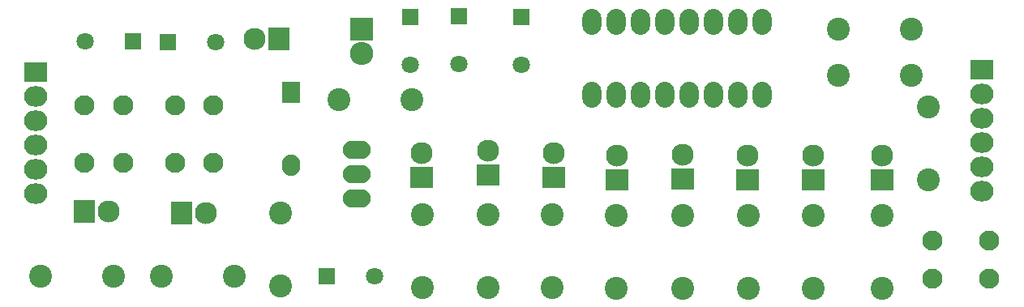
<source format=gts>
G04 #@! TF.FileFunction,Soldermask,Top*
%FSLAX46Y46*%
G04 Gerber Fmt 4.6, Leading zero omitted, Abs format (unit mm)*
G04 Created by KiCad (PCBNEW 4.0.1-3.201512221402+6198~38~ubuntu14.04.1-stable) date Thu 11 Feb 2016 12:32:43 PM PST*
%MOMM*%
G01*
G04 APERTURE LIST*
%ADD10C,0.100000*%
%ADD11R,2.300000X2.400000*%
%ADD12C,2.300000*%
%ADD13C,2.100000*%
%ADD14R,1.800000X1.800000*%
%ADD15C,1.800000*%
%ADD16R,2.400000X2.300000*%
%ADD17C,2.398980*%
%ADD18O,2.899360X1.901140*%
%ADD19O,2.000000X2.700000*%
%ADD20R,2.432000X2.432000*%
%ADD21O,2.432000X2.432000*%
%ADD22R,2.432000X2.127200*%
%ADD23O,2.432000X2.127200*%
%ADD24R,1.924000X2.224000*%
%ADD25O,1.924000X2.224000*%
G04 APERTURE END LIST*
D10*
D11*
X86106000Y-88226900D03*
D12*
X83566000Y-88226900D03*
D13*
X69786000Y-95180900D03*
X69786000Y-101180900D03*
X65786000Y-95180900D03*
X65786000Y-101180900D03*
D14*
X99822000Y-85940900D03*
D15*
X99822000Y-90940900D03*
D16*
X100965000Y-102704900D03*
D12*
X100965000Y-100164900D03*
D14*
X70866000Y-88480900D03*
D15*
X65866000Y-88480900D03*
D14*
X104902000Y-85813900D03*
D15*
X104902000Y-90813900D03*
D14*
X74485500Y-88544400D03*
D15*
X79485500Y-88544400D03*
D14*
X91059000Y-112991900D03*
D15*
X96059000Y-112991900D03*
D14*
X111379000Y-85940900D03*
D15*
X111379000Y-90940900D03*
D11*
X65786000Y-106260900D03*
D12*
X68326000Y-106260900D03*
D11*
X75946000Y-106387900D03*
D12*
X78486000Y-106387900D03*
D16*
X149034500Y-102958900D03*
D12*
X149034500Y-100418900D03*
D16*
X141859000Y-102895400D03*
D12*
X141859000Y-100355400D03*
D16*
X135001000Y-102895400D03*
D12*
X135001000Y-100355400D03*
D16*
X128270000Y-102831900D03*
D12*
X128270000Y-100291900D03*
D16*
X121348500Y-102895400D03*
D12*
X121348500Y-100355400D03*
D16*
X114744500Y-102704900D03*
D12*
X114744500Y-100164900D03*
D16*
X107886500Y-102450900D03*
D12*
X107886500Y-99910900D03*
D17*
X68834000Y-112991900D03*
X61214000Y-112991900D03*
X73787000Y-112991900D03*
X81407000Y-112991900D03*
X144526000Y-92036900D03*
X152146000Y-92036900D03*
X99949000Y-94576900D03*
X92329000Y-94576900D03*
X86233000Y-106387900D03*
X86233000Y-114007900D03*
X152146000Y-87210900D03*
X144526000Y-87210900D03*
X149034500Y-106641900D03*
X149034500Y-114261900D03*
X141859000Y-106641900D03*
X141859000Y-114261900D03*
X135064500Y-106641900D03*
X135064500Y-114261900D03*
X128270000Y-106641900D03*
X128270000Y-114261900D03*
X121285000Y-106641900D03*
X121285000Y-114261900D03*
X114617500Y-106578400D03*
X114617500Y-114198400D03*
X107886500Y-106578400D03*
X107886500Y-114198400D03*
X101028500Y-106578400D03*
X101028500Y-114198400D03*
X153924000Y-102958900D03*
X153924000Y-95338900D03*
D13*
X79247500Y-95180900D03*
X79247500Y-101180900D03*
X75247500Y-95180900D03*
X75247500Y-101180900D03*
X154274000Y-109245900D03*
X160274000Y-109245900D03*
X154274000Y-113245900D03*
X160274000Y-113245900D03*
D18*
X94234000Y-102323900D03*
X94234000Y-104863900D03*
X94234000Y-99783900D03*
D19*
X118745000Y-94005400D03*
X121285000Y-94005400D03*
X123825000Y-94005400D03*
X126365000Y-94005400D03*
X128905000Y-94005400D03*
X131445000Y-94005400D03*
X133985000Y-94005400D03*
X136525000Y-94005400D03*
X136525000Y-86385400D03*
X133985000Y-86385400D03*
X131445000Y-86385400D03*
X128905000Y-86385400D03*
X126365000Y-86385400D03*
X123825000Y-86385400D03*
X121285000Y-86385400D03*
X118745000Y-86385400D03*
D20*
X94742000Y-87210900D03*
D21*
X94742000Y-89750900D03*
D22*
X60706000Y-91694000D03*
D23*
X60706000Y-94234000D03*
X60706000Y-96774000D03*
X60706000Y-99314000D03*
X60706000Y-101854000D03*
X60706000Y-104394000D03*
D22*
X159512000Y-91440000D03*
D23*
X159512000Y-93980000D03*
X159512000Y-96520000D03*
X159512000Y-99060000D03*
X159512000Y-101600000D03*
X159512000Y-104140000D03*
D24*
X87376000Y-93814900D03*
D25*
X87376000Y-101434900D03*
M02*

</source>
